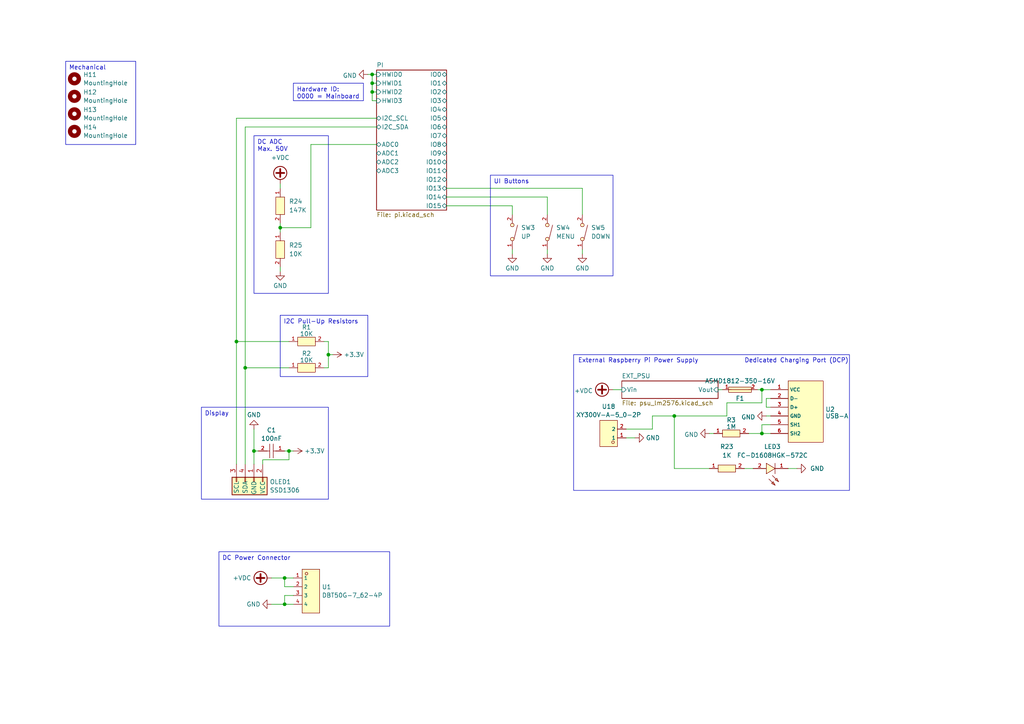
<source format=kicad_sch>
(kicad_sch (version 20231120) (generator "eeschema") (generator_version "8.0")
  (paper "A4")
  (title_block (title "Dispensy Mainboard") (date "2024-04-06") (rev "1") (company "DrinkRobotics") (comment 1 "https://git.xythobuz.de/thomas/Dispensy") (comment 2 "Licensed under the CERN-OHL-S-2.0+") (comment 3 "PCB Thickness: 1mm") (comment 4 "Copyright (c) 2023 - 2024 Thomas Buck <thomas@xythobuz.de>"))
  (lib_symbols
    (symbol "Mechanical:MountingHole" (pin_names (offset 1.016))
      (property "Reference" "H" (at 0 5.08 0))
      (property "Value" "MountingHole" (at 0 3.175 0))
      (symbol "MountingHole_0_1"
        (circle (center 0 0) (radius 1.27) (stroke (width 1.27)))
      )
    )
    (symbol "SSD1306:SSD1306" (pin_names (offset 1.016))
      (property "Reference" "OLED" (at 0 5.08 0))
      (property "Value" "SSD1306" (at 0 -7.62 0))
      (symbol "SSD1306_1_1"
        (rectangle (start -1.27 -4.953) (end 0 -5.207) (stroke (width 0.1524)))
        (rectangle (start -1.27 -2.413) (end 0 -2.667) (stroke (width 0.1524)))
        (rectangle (start -1.27 0.127) (end 0 -0.127) (stroke (width 0.1524)))
        (rectangle (start -1.27 2.667) (end 0 2.413) (stroke (width 0.1524)))
        (rectangle (start -1.27 3.81) (end 3.81 -6.35) (stroke (width 0.254)) (fill (type background)))
        (pin power_in line (at -5.08 0 0) (length 3.81) (name "GND") (number "1"))
        (pin power_in line (at -5.08 2.54 0) (length 3.81) (name "VCC") (number "2"))
        (pin input line (at -5.08 -5.08 0) (length 3.81) (name "SCL") (number "3"))
        (pin bidirectional line (at -5.08 -2.54 0) (length 3.81) (name "SDA") (number "4"))
      )
    )
    (symbol "jlc:AC0402FR-071ML" (pin_names hide)
      (property "Reference" "R" (at 0 1.27 0))
      (property "Value" "AC0402FR-071ML" (at 0 -2.54 0))
      (symbol "AC0402FR-071ML_0_1"
        (rectangle (start -2.54 1.016) (end 2.54 -1.016) (fill (type background)))
        (pin unspecified line (at -5.08 0 0) (length 2.54) (name "1") (number "1"))
        (pin unspecified line (at 5.08 0 180) (length 2.54) (name "2") (number "2"))
      )
    )
    (symbol "jlc:ASMD1812-350-16V" (pin_names hide)
      (property "Reference" "F" (at 0 1.27 0))
      (property "Value" "ASMD1812-350-16V" (at 0 -2.54 0))
      (symbol "ASMD1812-350-16V_0_1"
        (rectangle (start -3.302 0.762) (end 3.302 -0.762) (fill (type background)))
        (polyline (pts (xy -2.54 0) (xy 2.54 0)))
        (pin unspecified line (at -5.08 0 0) (length 2.54) (name "1") (number "1"))
        (pin unspecified line (at 5.08 0 180) (length 2.54) (name "2") (number "2"))
      )
    )
    (symbol "jlc:CC0402KRX7R8BB104" (pin_names hide)
      (property "Reference" "C" (at 0 1.27 0))
      (property "Value" "CC0402KRX7R8BB104" (at 0 -2.54 0))
      (symbol "CC0402KRX7R8BB104_0_1"
        (polyline (pts (xy -1.27 0) (xy -0.508 0)))
        (polyline (pts (xy -0.508 2.032) (xy -0.508 -2.032)))
        (polyline (pts (xy 0.508 0) (xy 1.27 0)))
        (polyline (pts (xy 0.508 2.032) (xy 0.508 -2.032)))
        (pin input line (at -3.81 0 0) (length 2.54) (name "1") (number "1"))
        (pin input line (at 3.81 0 180) (length 2.54) (name "2") (number "2"))
      )
    )
    (symbol "jlc:CR-02FL6----1K" (pin_names hide)
      (property "Reference" "R" (at 0 1.27 0))
      (property "Value" "CR-02FL6----1K" (at 0 -2.54 0))
      (symbol "CR-02FL6----1K_0_1"
        (rectangle (start -2.54 1.016) (end 2.54 -1.016) (fill (type background)))
        (pin unspecified line (at -5.08 0 0) (length 2.54) (name "1") (number "1"))
        (pin unspecified line (at 5.08 0 180) (length 2.54) (name "2") (number "2"))
      )
    )
    (symbol "jlc:CR-02FL6---10K" (pin_names hide)
      (property "Reference" "R" (at 0 1.27 0))
      (property "Value" "CR-02FL6---10K" (at 0 -2.54 0))
      (symbol "CR-02FL6---10K_0_1"
        (rectangle (start -2.54 1.27) (end 2.54 -1.27) (fill (type background)))
        (pin unspecified line (at -5.08 0 0) (length 2.54) (name "1") (number "1"))
        (pin unspecified line (at 5.08 0 180) (length 2.54) (name "2") (number "2"))
      )
    )
    (symbol "jlc:CR0402F147KQ10Z" (pin_names hide)
      (property "Reference" "R" (at 0 1.27 0))
      (property "Value" "CR0402F147KQ10Z" (at 0 -2.54 0))
      (symbol "CR0402F147KQ10Z_0_1"
        (rectangle (start -2.54 1.27) (end 2.54 -1.27) (fill (type background)))
        (pin unspecified line (at -5.08 0 0) (length 2.54) (name "1") (number "1"))
        (pin unspecified line (at 5.08 0 180) (length 2.54) (name "2") (number "2"))
      )
    )
    (symbol "jlc:DBT50G-7_62-4P"
      (property "Reference" "U" (at 0 1.27 0))
      (property "Value" "DBT50G-7_62-4P" (at 0 -2.54 0))
      (symbol "DBT50G-7_62-4P_0_1"
        (rectangle (start -2.54 6.35) (end 2.54 -6.35) (fill (type background)))
        (circle (center -1.27 5.08) (radius 0.381) (fill (type background)))
        (pin unspecified line (at -5.08 3.81 0) (length 2.54) (name "1") (number "1"))
        (pin unspecified line (at -5.08 1.27 0) (length 2.54) (name "2") (number "2"))
        (pin unspecified line (at -5.08 -1.27 0) (length 2.54) (name "3") (number "3"))
        (pin unspecified line (at -5.08 -3.81 0) (length 2.54) (name "4") (number "4"))
      )
    )
    (symbol "jlc:FC-D1608HGK-572C" (pin_names hide)
      (property "Reference" "LED" (at 0 1.27 0))
      (property "Value" "FC-D1608HGK-572C" (at 0 -2.54 0))
      (symbol "FC-D1608HGK-572C_0_1"
        (polyline (pts (xy -1.27 1.524) (xy -1.27 -1.524)))
        (polyline (pts (xy -0.508 2.032) (xy -2.286 3.81)))
        (polyline (pts (xy 0.508 3.048) (xy -1.27 4.826)))
        (polyline (pts (xy -2.286 3.81) (xy -1.27 3.302) (xy -1.778 2.794) (xy -2.286 3.81)) (fill (type background)))
        (polyline (pts (xy -1.27 4.826) (xy -0.254 4.318) (xy -0.762 3.81) (xy -1.27 4.826)) (fill (type background)))
        (polyline (pts (xy 1.27 -1.524) (xy -1.27 0) (xy 1.27 1.524) (xy 1.27 -1.524)) (fill (type background)))
        (pin input line (at -5.08 0 0) (length 3.81) (name "-") (number "1"))
        (pin input line (at 5.08 0 180) (length 3.81) (name "+") (number "2"))
      )
    )
    (symbol "jlc:TS-1092U-B3D2" (pin_names hide)
      (property "Reference" "SW" (at 0 1.27 0))
      (property "Value" "TS-1092U-B3D2" (at 0 -2.54 0))
      (symbol "TS-1092U-B3D2_0_1"
        (circle (center -2.032 0) (radius 0.508) (fill (type background)))
        (polyline (pts (xy 2.032 1.524) (xy -2.032 0.508)))
        (circle (center 2.032 0) (radius 0.508) (fill (type background)))
        (pin unspecified line (at -5.08 0 0) (length 2.54) (name "1") (number "1"))
        (pin unspecified line (at 5.08 0 180) (length 2.54) (name "2") (number "2"))
      )
    )
    (symbol "jlc:U-USBAR04P-F000"
      (property "Reference" "U" (at 0 1.27 0))
      (property "Value" "U-USBAR04P-F000" (at 0 -2.54 0))
      (symbol "U-USBAR04P-F000_0_1"
        (rectangle (start -2.54 10.16) (end 7.62 -7.62) (fill (type background)))
        (pin unspecified line (at -7.62 7.62 0) (length 5.08) (name "VCC") (number "1"))
        (pin unspecified line (at -7.62 5.08 0) (length 5.08) (name "D-") (number "2"))
        (pin unspecified line (at -7.62 2.54 0) (length 5.08) (name "D+") (number "3"))
        (pin unspecified line (at -7.62 0 0) (length 5.08) (name "GND") (number "4"))
        (pin unspecified line (at -7.62 -2.54 0) (length 5.08) (name "SH1") (number "5"))
        (pin unspecified line (at -7.62 -5.08 0) (length 5.08) (name "SH2") (number "6"))
      )
    )
    (symbol "jlc:XY300V-A-5_0-2P"
      (property "Reference" "U" (at 0 1.27 0))
      (property "Value" "XY300V-A-5_0-2P" (at 0 -2.54 0))
      (symbol "XY300V-A-5_0-2P_0_1"
        (rectangle (start -2.54 3.81) (end 2.54 -3.81) (fill (type background)))
        (circle (center -1.27 2.54) (radius 0.381) (fill (type background)))
        (pin unspecified line (at -5.08 1.27 0) (length 2.54) (name "1") (number "1"))
        (pin unspecified line (at -5.08 -1.27 0) (length 2.54) (name "2") (number "2"))
      )
    )
    (symbol "power:+3.3V" (power) (pin_names (offset 0))
      (property "Value" "+3.3V" (at 0 3.556 0))
      (symbol "+3.3V_0_1"
        (polyline (pts (xy -0.762 1.27) (xy 0 2.54)))
        (polyline (pts (xy 0 0) (xy 0 2.54)))
        (polyline (pts (xy 0 2.54) (xy 0.762 1.27)))
      )
      (symbol "+3.3V_1_1"
        (pin power_in line (at 0 0 90) (length 0) hide (name "+3.3V") (number "1"))
      )
    )
    (symbol "power:+VDC" (power) (pin_names (offset 0))
      (property "Value" "+VDC" (at 0 6.35 0))
      (symbol "+VDC_0_1"
        (polyline (pts (xy -1.143 3.175) (xy 1.143 3.175)) (stroke (width 0.508)))
        (polyline (pts (xy 0 0) (xy 0 1.27)))
        (polyline (pts (xy 0 2.032) (xy 0 4.318)) (stroke (width 0.508)))
        (circle (center 0 3.175) (radius 1.905) (stroke (width 0.254)))
      )
      (symbol "+VDC_1_1"
        (pin power_in line (at 0 0 90) (length 0) hide (name "+VDC") (number "1"))
      )
    )
    (symbol "power:GND" (power) (pin_names (offset 0))
      (property "Value" "GND" (at 0 -3.81 0))
      (symbol "GND_0_1"
        (polyline (pts (xy 0 0) (xy 0 -1.27) (xy 1.27 -1.27) (xy 0 -2.54) (xy -1.27 -1.27) (xy 0 -1.27)))
      )
      (symbol "GND_1_1"
        (pin power_in line (at 0 0 270) (length 0) hide (name "GND") (number "1"))
      )
    )
  )
  (junction (at 71.12 106.68))
  (junction (at 82.55 167.64))
  (junction (at 95.25 102.87))
  (junction (at 81.28 66.04))
  (junction (at 195.58 120.65))
  (junction (at 82.55 175.26))
  (junction (at 220.98 125.73))
  (junction (at 68.58 99.06))
  (junction (at 107.95 24.13))
  (junction (at 107.95 26.67))
  (junction (at 73.66 130.81))
  (junction (at 83.82 130.81))
  (junction (at 107.95 21.59))
  (junction (at 220.98 113.03))
  (wire (pts (xy 181.61 124.46) (xy 189.23 124.46)))
  (wire (pts (xy 210.82 116.84) (xy 220.98 116.84)))
  (wire (pts (xy 220.98 125.73) (xy 217.17 125.73)))
  (wire (pts (xy 222.25 115.57) (xy 223.52 115.57)))
  (wire (pts (xy 106.68 21.59) (xy 107.95 21.59)))
  (wire (pts (xy 81.28 64.77) (xy 81.28 66.04)))
  (wire (pts (xy 129.54 54.61) (xy 168.91 54.61)))
  (wire (pts (xy 129.54 57.15) (xy 158.75 57.15)))
  (wire (pts (xy 83.82 133.35) (xy 83.82 130.81)))
  (wire (pts (xy 76.2 134.62) (xy 76.2 133.35)))
  (wire (pts (xy 73.66 130.81) (xy 73.66 134.62)))
  (wire (pts (xy 82.55 172.72) (xy 82.55 175.26)))
  (wire (pts (xy 85.09 172.72) (xy 82.55 172.72)))
  (wire (pts (xy 71.12 36.83) (xy 109.22 36.83)))
  (wire (pts (xy 93.98 106.68) (xy 95.25 106.68)))
  (wire (pts (xy 210.82 120.65) (xy 210.82 116.84)))
  (wire (pts (xy 71.12 106.68) (xy 83.82 106.68)))
  (wire (pts (xy 228.6 135.89) (xy 231.14 135.89)))
  (wire (pts (xy 95.25 102.87) (xy 96.52 102.87)))
  (wire (pts (xy 195.58 120.65) (xy 210.82 120.65)))
  (wire (pts (xy 73.66 124.46) (xy 73.66 130.81)))
  (wire (pts (xy 222.25 120.65) (xy 223.52 120.65)))
  (wire (pts (xy 109.22 29.21) (xy 107.95 29.21)))
  (wire (pts (xy 107.95 29.21) (xy 107.95 26.67)))
  (wire (pts (xy 82.55 170.18) (xy 82.55 167.64)))
  (wire (pts (xy 158.75 72.39) (xy 158.75 73.66)))
  (wire (pts (xy 195.58 135.89) (xy 195.58 120.65)))
  (wire (pts (xy 189.23 120.65) (xy 195.58 120.65)))
  (wire (pts (xy 68.58 34.29) (xy 109.22 34.29)))
  (wire (pts (xy 78.74 175.26) (xy 82.55 175.26)))
  (wire (pts (xy 205.74 125.73) (xy 207.01 125.73)))
  (wire (pts (xy 181.61 127) (xy 184.15 127)))
  (wire (pts (xy 82.55 130.81) (xy 83.82 130.81)))
  (wire (pts (xy 90.17 41.91) (xy 90.17 66.04)))
  (wire (pts (xy 82.55 167.64) (xy 85.09 167.64)))
  (wire (pts (xy 219.71 113.03) (xy 220.98 113.03)))
  (wire (pts (xy 220.98 113.03) (xy 223.52 113.03)))
  (wire (pts (xy 68.58 134.62) (xy 68.58 99.06)))
  (wire (pts (xy 148.59 59.69) (xy 148.59 62.23)))
  (wire (pts (xy 223.52 118.11) (xy 222.25 118.11)))
  (wire (pts (xy 95.25 106.68) (xy 95.25 102.87)))
  (wire (pts (xy 71.12 134.62) (xy 71.12 106.68)))
  (wire (pts (xy 81.28 53.34) (xy 81.28 54.61)))
  (wire (pts (xy 107.95 26.67) (xy 107.95 24.13)))
  (wire (pts (xy 168.91 54.61) (xy 168.91 62.23)))
  (wire (pts (xy 220.98 123.19) (xy 220.98 125.73)))
  (wire (pts (xy 177.8 113.03) (xy 180.34 113.03)))
  (wire (pts (xy 90.17 66.04) (xy 81.28 66.04)))
  (wire (pts (xy 168.91 72.39) (xy 168.91 73.66)))
  (wire (pts (xy 208.28 113.03) (xy 209.55 113.03)))
  (wire (pts (xy 73.66 130.81) (xy 74.93 130.81)))
  (wire (pts (xy 109.22 24.13) (xy 107.95 24.13)))
  (wire (pts (xy 223.52 123.19) (xy 220.98 123.19)))
  (wire (pts (xy 148.59 72.39) (xy 148.59 73.66)))
  (wire (pts (xy 78.74 167.64) (xy 82.55 167.64)))
  (wire (pts (xy 85.09 170.18) (xy 82.55 170.18)))
  (wire (pts (xy 158.75 57.15) (xy 158.75 62.23)))
  (wire (pts (xy 220.98 116.84) (xy 220.98 113.03)))
  (wire (pts (xy 95.25 99.06) (xy 95.25 102.87)))
  (wire (pts (xy 107.95 24.13) (xy 107.95 21.59)))
  (wire (pts (xy 71.12 36.83) (xy 71.12 106.68)))
  (wire (pts (xy 82.55 175.26) (xy 85.09 175.26)))
  (wire (pts (xy 68.58 99.06) (xy 83.82 99.06)))
  (wire (pts (xy 129.54 59.69) (xy 148.59 59.69)))
  (wire (pts (xy 93.98 99.06) (xy 95.25 99.06)))
  (wire (pts (xy 83.82 130.81) (xy 85.09 130.81)))
  (wire (pts (xy 107.95 21.59) (xy 109.22 21.59)))
  (wire (pts (xy 81.28 66.04) (xy 81.28 67.31)))
  (wire (pts (xy 215.9 135.89) (xy 218.44 135.89)))
  (wire (pts (xy 81.28 77.47) (xy 81.28 78.74)))
  (wire (pts (xy 107.95 26.67) (xy 109.22 26.67)))
  (wire (pts (xy 189.23 124.46) (xy 189.23 120.65)))
  (wire (pts (xy 68.58 34.29) (xy 68.58 99.06)))
  (wire (pts (xy 220.98 125.73) (xy 223.52 125.73)))
  (wire (pts (xy 90.17 41.91) (xy 109.22 41.91)))
  (wire (pts (xy 205.74 135.89) (xy 195.58 135.89)))
  (wire (pts (xy 76.2 133.35) (xy 83.82 133.35)))
  (wire (pts (xy 222.25 118.11) (xy 222.25 115.57)))
  (rectangle (start 166.37 102.87) (end 246.38 142.24))
  (text_box "Hardware ID:\n0000 = Mainboard" (at 85.09 24.13 0) (size 20.32 5.08) (effects (font (size 1.27 1.27)) (justify left top)))
  (text_box "DC ADC\nMax. 50V" (at 73.66 39.37 0) (size 21.59 45.72) (effects (font (size 1.27 1.27)) (justify left top)))
  (text_box "DC Power Connector" (at 63.5 160.02 0) (size 49.53 21.59) (effects (font (size 1.27 1.27)) (justify left top)))
  (text_box "UI Buttons" (at 142.24 50.8 0) (size 35.56 29.21) (effects (font (size 1.27 1.27)) (justify left top)))
  (text_box "I2C Pull-Up Resistors" (at 81.28 91.44 0) (size 25.4 17.78) (effects (font (size 1.27 1.27)) (justify left top)))
  (text_box "Display" (at 58.42 118.11 0) (size 36.83 26.67) (effects (font (size 1.27 1.27)) (justify left top)))
  (text_box "Mechanical" (at 19.05 17.78 0) (size 20.32 24.13) (effects (font (size 1.27 1.27)) (justify left top)))
  (text "Dedicated Charging Port (DCP)" (at 215.9 105.41 0) (effects (font (size 1.27 1.27)) (justify left bottom)))
  (text "External Raspberry Pi Power Supply" (at 167.64 105.41 0) (effects (font (size 1.27 1.27)) (justify left bottom)))
  (symbol (lib_id "Mechanical:MountingHole") (at 21.59 22.86 0) (unit 1)
    (property "Reference" "H11" (at 24.13 21.6479 0) (effects (justify left)))
    (property "Value" "MountingHole" (at 24.13 24.0721 0) (effects (justify left)))
    (property "Footprint" "MountingHole:MountingHole_3.2mm_M3_Pad_TopBottom" (effects (hide yes)))
  )
  (symbol (lib_id "power:GND") (at 81.28 78.74 0) (mirror y) (unit 1)
    (property "Reference" "#PWR079" (effects (hide yes)))
    (property "Value" "GND" (at 81.28 82.8731 0))
  )
  (symbol (lib_id "jlc:CR0402F147KQ10Z") (at 81.28 59.69 270) (unit 1)
    (property "Reference" "R24" (at 83.82 58.42 90) (effects (justify left)))
    (property "Value" "147K" (at 83.82 60.96 90) (effects (justify left)))
    (property "Footprint" "jlc_footprints:R0402" (effects (hide yes)))
    (property "Datasheet" "https://item.szlcsc.com/323315.html" (effects (hide yes)))
    (property "LCSC" "C881044" (effects (hide yes)))
  )
  (symbol (lib_id "jlc:CC0402KRX7R8BB104") (at 78.74 130.81 180) (unit 1)
    (property "Reference" "C1" (at 78.74 124.7607 0))
    (property "Value" "100nF" (at 78.74 127.1849 0))
    (property "Footprint" "jlc_footprints:C0402" (effects (hide yes)))
    (property "Datasheet" "https://item.szlcsc.com/15869.html" (effects (hide yes)))
    (property "LCSC" "C105883" (effects (hide yes)))
    (property "Capacitance" "100nF" (effects (hide yes)))
  )
  (symbol (lib_id "jlc:CR-02FL6----1K") (at 210.82 135.89 0) (unit 1)
    (property "Reference" "R23" (at 210.82 129.54 0))
    (property "Value" "1K" (at 210.82 132.08 0))
    (property "Footprint" "jlc_footprints:R0402" (effects (hide yes)))
    (property "Datasheet" "https://item.szlcsc.com/323315.html" (effects (hide yes)))
    (property "LCSC" "C279981" (effects (hide yes)))
    (property "Resistance" "1kΩ" (effects (hide yes)))
  )
  (symbol (lib_id "SSD1306:SSD1306") (at 73.66 139.7 270) (unit 1)
    (property "Reference" "OLED1" (at 78.232 139.7579 90) (effects (justify left)))
    (property "Value" "SSD1306" (at 78.232 142.1821 90) (effects (justify left)))
    (property "Footprint" "extern:SSD1306_0.96_Oled" (effects (hide yes)))
    (property "LCSC" "C350310" (effects (hide yes)))
  )
  (symbol (lib_id "power:GND") (at 73.66 124.46 180) (unit 1)
    (property "Reference" "#PWR03" (effects (hide yes)))
    (property "Value" "GND" (at 73.66 120.3269 0))
  )
  (symbol (lib_id "power:GND") (at 222.25 120.65 270) (unit 1)
    (property "Reference" "#PWR011" (effects (hide yes)))
    (property "Value" "GND" (at 219.0751 120.9668 90) (effects (justify right)))
  )
  (symbol (lib_id "Mechanical:MountingHole") (at 21.59 33.02 0) (unit 1)
    (property "Reference" "H13" (at 24.13 31.8079 0) (effects (justify left)))
    (property "Value" "MountingHole" (at 24.13 34.2321 0) (effects (justify left)))
    (property "Footprint" "MountingHole:MountingHole_3.2mm_M3_Pad_TopBottom" (effects (hide yes)))
  )
  (symbol (lib_id "jlc:U-USBAR04P-F000") (at 231.14 120.65 0) (unit 1)
    (property "Reference" "U2" (at 239.395 118.7363 0) (effects (justify left)))
    (property "Value" "USB-A" (at 239.395 120.6573 0) (effects (justify left)))
    (property "Footprint" "jlc_footprints:USB-A-TH_USB-302-T" (effects (hide yes)))
    (property "Datasheet" "https://item.szlcsc.com/113689.html" (effects (hide yes)))
    (property "LCSC" "C720525" (effects (hide yes)))
  )
  (symbol (lib_id "jlc:XY300V-A-5_0-2P") (at 176.53 125.73 180) (unit 1)
    (property "Reference" "U18" (at 176.53 117.9027 0))
    (property "Value" "XY300V-A-5_0-2P" (at 176.53 120.3269 0))
    (property "Footprint" "jlc_footprints:CONN-TH_XY300V-A-5.0-2P" (effects (hide yes)))
    (property "Datasheet" "https://atta.szlcsc.com/upload/public/pdf/source/20200527/C557648_4A2FA4132AA24EE423B62B1474E9B5BB.pdf" (effects (hide yes)))
    (property "LCSC" "C557648" (effects (hide yes)))
  )
  (symbol (lib_id "jlc:CR-02FL6---10K") (at 88.9 106.68 0) (unit 1)
    (property "Reference" "R2" (at 88.9 102.5271 0))
    (property "Value" "10K" (at 88.9 104.4481 0))
    (property "Footprint" "jlc_footprints:R0402" (effects (hide yes)))
    (property "Datasheet" "https://item.szlcsc.com/323315.html" (effects (hide yes)))
    (property "LCSC" "C406733" (effects (hide yes)))
    (property "Resistance" "10kΩ" (effects (hide yes)))
  )
  (symbol (lib_id "power:+3.3V") (at 96.52 102.87 270) (unit 1)
    (property "Reference" "#PWR08" (effects (hide yes)))
    (property "Value" "+3.3V" (at 99.695 102.87 90) (effects (justify left)))
  )
  (symbol (lib_id "jlc:ASMD1812-350-16V") (at 214.63 113.03 0) (unit 1)
    (property "Reference" "F1" (at 214.63 115.57 0))
    (property "Value" "ASMD1812-350-16V" (at 214.63 110.49 0))
    (property "Footprint" "jlc_footprints:F1812" (effects (hide yes)))
    (property "Datasheet" "https://item.szlcsc.com/343302.html" (effects (hide yes)))
    (property "LCSC" "C2982285" (effects (hide yes)))
  )
  (symbol (lib_id "power:GND") (at 205.74 125.73 270) (unit 1)
    (property "Reference" "#PWR010" (effects (hide yes)))
    (property "Value" "GND" (at 202.5651 126.0468 90) (effects (justify right)))
  )
  (symbol (lib_id "power:+VDC") (at 78.74 167.64 90) (unit 1)
    (property "Reference" "#PWR01" (effects (hide yes)))
    (property "Value" "+VDC" (at 72.898 167.64 90) (effects (justify left)))
  )
  (symbol (lib_id "power:GND") (at 184.15 127 90) (unit 1)
    (property "Reference" "#PWR073" (effects (hide yes)))
    (property "Value" "GND" (at 187.325 127 90) (effects (justify right)))
  )
  (symbol (lib_id "Mechanical:MountingHole") (at 21.59 27.94 0) (unit 1)
    (property "Reference" "H12" (at 24.13 26.7279 0) (effects (justify left)))
    (property "Value" "MountingHole" (at 24.13 29.1521 0) (effects (justify left)))
    (property "Footprint" "MountingHole:MountingHole_3.2mm_M3_Pad_TopBottom" (effects (hide yes)))
  )
  (symbol (lib_id "jlc:FC-D1608HGK-572C") (at 223.52 135.89 180) (unit 1)
    (property "Reference" "LED3" (at 224.028 129.54 0))
    (property "Value" "FC-D1608HGK-572C" (at 224.028 132.08 0))
    (property "Footprint" "jlc_footprints:LED0603-RD" (effects (hide yes)))
    (property "Datasheet" "https://item.szlcsc.com/347874.html" (effects (hide yes)))
    (property "LCSC" "C84264" (effects (hide yes)))
  )
  (symbol (lib_id "power:GND") (at 168.91 73.66 0) (mirror y) (unit 1)
    (property "Reference" "#PWR012" (effects (hide yes)))
    (property "Value" "GND" (at 168.91 77.7931 0))
  )
  (symbol (lib_id "jlc:DBT50G-7_62-4P") (at 90.17 171.45 0) (unit 1)
    (property "Reference" "U1" (at 93.345 170.2379 0) (effects (justify left)))
    (property "Value" "DBT50G-7_62-4P" (at 93.345 172.6621 0) (effects (justify left)))
    (property "Footprint" "jlc_footprints:CONN-TH_4P-P7.62_L15.2-W31.7-EX4.2" (effects (hide yes)))
    (property "Datasheet" "https://item.szlcsc.com/512151.html?ref=editor&logined=true" (effects (hide yes)))
    (property "LCSC" "C496132" (effects (hide yes)))
  )
  (symbol (lib_id "power:GND") (at 231.14 135.89 90) (unit 1)
    (property "Reference" "#PWR078" (effects (hide yes)))
    (property "Value" "GND" (at 234.95 135.89 90) (effects (justify right)))
  )
  (symbol (lib_id "jlc:AC0402FR-071ML") (at 212.09 125.73 0) (unit 1)
    (property "Reference" "R3" (at 212.09 121.8311 0))
    (property "Value" "1M" (at 212.09 123.7521 0))
    (property "Footprint" "jlc_footprints:R0402" (effects (hide yes)))
    (property "Datasheet" "https://item.szlcsc.com/323315.html" (effects (hide yes)))
    (property "LCSC" "C144787" (effects (hide yes)))
    (property "Resistance" "1MΩ" (effects (hide yes)))
  )
  (symbol (lib_id "power:GND") (at 106.68 21.59 270) (unit 1)
    (property "Reference" "#PWR09" (effects (hide yes)))
    (property "Value" "GND" (at 103.5051 21.9068 90) (effects (justify right)))
  )
  (symbol (lib_id "power:+VDC") (at 177.8 113.03 90) (unit 1)
    (property "Reference" "#PWR07" (effects (hide yes)))
    (property "Value" "+VDC" (at 171.958 113.3468 90) (effects (justify left)))
  )
  (symbol (lib_id "power:GND") (at 158.75 73.66 0) (mirror y) (unit 1)
    (property "Reference" "#PWR05" (effects (hide yes)))
    (property "Value" "GND" (at 158.75 77.7931 0))
  )
  (symbol (lib_id "power:GND") (at 78.74 175.26 270) (unit 1)
    (property "Reference" "#PWR02" (effects (hide yes)))
    (property "Value" "GND" (at 75.5651 175.26 90) (effects (justify right)))
  )
  (symbol (lib_id "jlc:CR-02FL6---10K") (at 81.28 72.39 270) (unit 1)
    (property "Reference" "R25" (at 83.82 71.12 90) (effects (justify left)))
    (property "Value" "10K" (at 83.82 73.66 90) (effects (justify left)))
    (property "Footprint" "jlc_footprints:R0402" (effects (hide yes)))
    (property "Datasheet" "https://item.szlcsc.com/323315.html" (effects (hide yes)))
    (property "LCSC" "C406733" (effects (hide yes)))
    (property "Resistance" "10kΩ" (effects (hide yes)))
  )
  (symbol (lib_id "power:GND") (at 148.59 73.66 0) (mirror y) (unit 1)
    (property "Reference" "#PWR04" (effects (hide yes)))
    (property "Value" "GND" (at 148.59 77.7931 0))
  )
  (symbol (lib_id "jlc:TS-1092U-B3D2") (at 168.91 67.31 270) (mirror x) (unit 1)
    (property "Reference" "SW5" (at 171.45 66.04 90) (effects (justify left)))
    (property "Value" "DOWN" (at 171.45 68.58 90) (effects (justify left)))
    (property "Footprint" "jlc_footprints:SW-SMD_L6.1-W3.6-LS6.6" (effects (hide yes)))
    (property "Datasheet" "https://item.szlcsc.com/537807.html" (effects (hide yes)))
    (property "LCSC" "C520861" (effects (hide yes)))
  )
  (symbol (lib_id "power:+3.3V") (at 85.09 130.81 270) (unit 1)
    (property "Reference" "#PWR06" (effects (hide yes)))
    (property "Value" "+3.3V" (at 88.265 130.81 90) (effects (justify left)))
  )
  (symbol (lib_id "jlc:TS-1092U-B3D2") (at 148.59 67.31 270) (mirror x) (unit 1)
    (property "Reference" "SW3" (at 151.13 66.04 90) (effects (justify left)))
    (property "Value" "UP" (at 151.13 68.58 90) (effects (justify left)))
    (property "Footprint" "jlc_footprints:SW-SMD_L6.1-W3.6-LS6.6" (effects (hide yes)))
    (property "Datasheet" "https://item.szlcsc.com/537807.html" (effects (hide yes)))
    (property "LCSC" "C520861" (effects (hide yes)))
  )
  (symbol (lib_id "power:+VDC") (at 81.28 53.34 0) (unit 1)
    (property "Reference" "#PWR080" (effects (hide yes)))
    (property "Value" "+VDC" (at 81.28 45.72 0))
  )
  (symbol (lib_id "jlc:CR-02FL6---10K") (at 88.9 99.06 0) (unit 1)
    (property "Reference" "R1" (at 88.9 94.9071 0))
    (property "Value" "10K" (at 88.9 96.8281 0))
    (property "Footprint" "jlc_footprints:R0402" (effects (hide yes)))
    (property "Datasheet" "https://item.szlcsc.com/323315.html" (effects (hide yes)))
    (property "LCSC" "C406733" (effects (hide yes)))
    (property "Resistance" "10kΩ" (effects (hide yes)))
  )
  (symbol (lib_id "Mechanical:MountingHole") (at 21.59 38.1 0) (unit 1)
    (property "Reference" "H14" (at 24.13 36.8879 0) (effects (justify left)))
    (property "Value" "MountingHole" (at 24.13 39.3121 0) (effects (justify left)))
    (property "Footprint" "MountingHole:MountingHole_3.2mm_M3_Pad_TopBottom" (effects (hide yes)))
  )
  (symbol (lib_id "jlc:TS-1092U-B3D2") (at 158.75 67.31 270) (mirror x) (unit 1)
    (property "Reference" "SW4" (at 161.29 66.04 90) (effects (justify left)))
    (property "Value" "MENU" (at 161.29 68.58 90) (effects (justify left)))
    (property "Footprint" "jlc_footprints:SW-SMD_L6.1-W3.6-LS6.6" (effects (hide yes)))
    (property "Datasheet" "https://item.szlcsc.com/537807.html" (effects (hide yes)))
    (property "LCSC" "C520861" (effects (hide yes)))
  )
  (sheet (at 180.34 110.49) (size 27.94 5.08) (stroke (width 0.1524))
    (property "Sheetname" "EXT_PSU" (at 180.34 109.7784 0) (effects (justify left bottom)))
    (property "Sheetfile" "psu_lm2576.kicad_sch" (at 180.34 116.1546 0) (effects (justify left top)))
    (pin "Vout" input (at 208.28 113.03 0))
    (pin "Vin" input (at 180.34 113.03 180))
  )
  (sheet (at 109.22 20.32) (size 20.32 40.64) (stroke (width 0.1524))
    (property "Sheetname" "PI" (at 109.22 19.6084 0) (effects (justify left bottom)))
    (property "Sheetfile" "pi.kicad_sch" (at 109.22 61.5446 0) (effects (justify left top)))
    (pin "IO8" bidirectional (at 129.54 41.91 0))
    (pin "IO9" bidirectional (at 129.54 44.45 0))
    (pin "IO5" bidirectional (at 129.54 34.29 0))
    (pin "IO6" bidirectional (at 129.54 36.83 0))
    (pin "IO7" bidirectional (at 129.54 39.37 0))
    (pin "IO4" bidirectional (at 129.54 31.75 0))
    (pin "IO3" bidirectional (at 129.54 29.21 0))
    (pin "IO2" bidirectional (at 129.54 26.67 0))
    (pin "IO1" bidirectional (at 129.54 24.13 0))
    (pin "IO0" bidirectional (at 129.54 21.59 0))
    (pin "IO15" bidirectional (at 129.54 59.69 0))
    (pin "IO14" bidirectional (at 129.54 57.15 0))
    (pin "ADC1" bidirectional (at 109.22 44.45 180))
    (pin "ADC2" bidirectional (at 109.22 46.99 180))
    (pin "ADC3" bidirectional (at 109.22 49.53 180))
    (pin "ADC0" bidirectional (at 109.22 41.91 180))
    (pin "IO12" bidirectional (at 129.54 52.07 0))
    (pin "I2C_SDA" bidirectional (at 109.22 36.83 180))
    (pin "IO13" bidirectional (at 129.54 54.61 0))
    (pin "IO10" bidirectional (at 129.54 46.99 0))
    (pin "IO11" bidirectional (at 129.54 49.53 0))
    (pin "I2C_SCL" bidirectional (at 109.22 34.29 180))
    (pin "HWID2" input (at 109.22 26.67 180))
    (pin "HWID3" input (at 109.22 29.21 180))
    (pin "HWID0" input (at 109.22 21.59 180))
    (pin "HWID1" input (at 109.22 24.13 180))
  )
)
</source>
